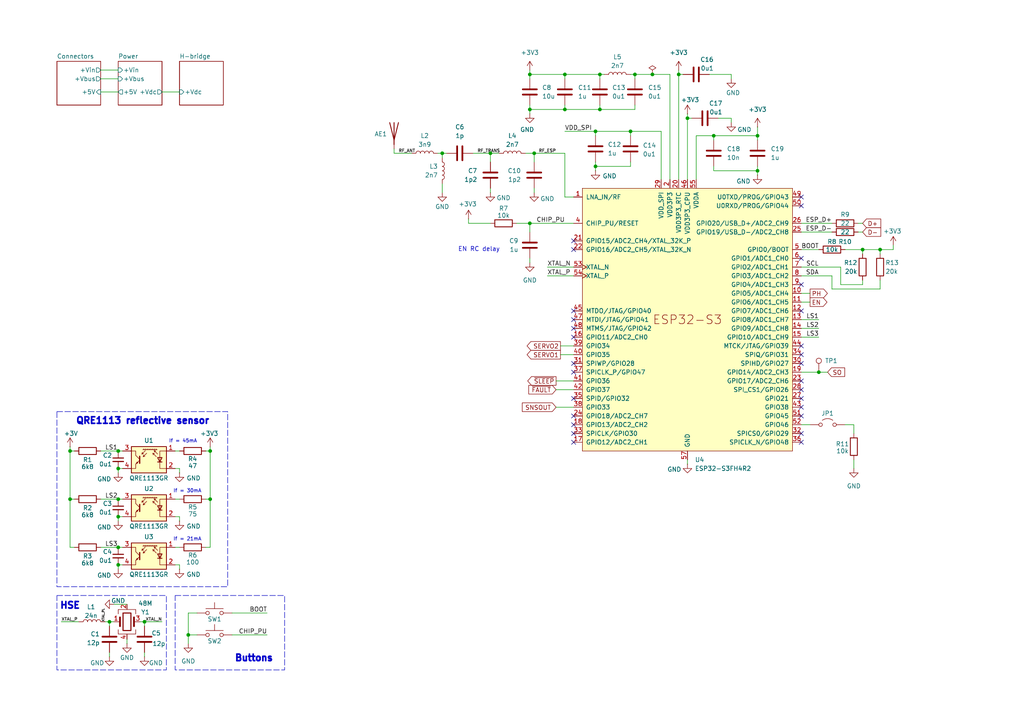
<source format=kicad_sch>
(kicad_sch (version 20250114) (generator "eeschema") (generator_version "9.0")
  (paper "A4")
  (rectangle (start 50.8 172.72) (end 82.55 194.31) (stroke (width 0) (type dash)))
  (rectangle (start 16.51 119.38) (end 66.04 170.18) (stroke (width 0) (type dash)))
  (rectangle (start 16.51 172.72) (end 48.26 194.31) (stroke (width 0) (type dash)))
  (text "If = 30mA" (at 54.356 142.494 0) (effects (font (size 1.016 1.016))))
  (text "Buttons" (at 73.66 191.008 0) (effects (font (size 1.905 1.905) (thickness 0.508) (bold yes))))
  (text "EN RC delay" (at 138.938 72.39 0) (effects (font (size 1.27 1.27))))
  (text "QRE1113 reflective sensor" (at 41.402 122.174 0) (effects (font (size 1.905 1.905) (thickness 0.508) (bold yes))))
  (text "If = 45mA" (at 53.086 128.016 0) (effects (font (size 1.016 1.016))))
  (text "HSE" (at 20.32 175.768 0) (effects (font (size 1.905 1.905) (thickness 0.508) (bold yes))))
  (text "If = 21mA" (at 54.356 156.464 0) (effects (font (size 1.016 1.016))))
  (text_box "(3) DRV8701 gate driver calculations\n\nShunt resistor\nImax at 20mΩ and 3V SO output = 7.4A\nRpower at 8A = 1.3W\n\nCurrent regulation\ndesired Ichop = 5A\n-> Vref = 2.05V\n2.05V from 4.8V AVDD with R1=10k and R2=7k5" (at 304.8 120.65 0) (size 69.85 24.13) (margins 0.9525 0.9525 0.9525 0.9525) (stroke (width -0.0001)) (effects (font (size 1.27 1.27)) (justify left top)))
  (text_box "(1) TPS5430 SMPS calculations\n\nVin range = 6-36v\nVout = 5v\nInput ripple\nOutput ripple voltage = 100mV\nOutput current = 2.5A\n\nVin ripple = 132.5mV with 10µF, 3mOhm ESR\n\nBulk\nF = 500kHz, T = 0.5*µS\nallowed Vin dip time: t = 5µS by dV=0.5V\n\nLmin calculation\nKind = 0.2\nLmin = 17 µH\nIl(rms) = 2.507 A\nIl(PK) = 2.8 A\n\nOutput C\nFlc = 18kHz\nFco = 42kHz\nCout = 78µF\nESRmax = 0.05 Omh\n-> Vpp = " (at 304.8 20.32 0) (size 69.85 55.88) (margins 0.9525 0.9525 0.9525 0.9525) (stroke (width -0.0001)) (effects (font (size 1.27 1.27)) (justify left top)))
  (text_box "(4) CJ431 shunt voltage reference\n\nRmax = (3.3-3)/(0.5 + 100)mA = 3Ω\nRmin = (3.3-3)/(0 + 150)mA = 2Ω\n-> 2.1Ω\n\nPr(max) = 40mW\nPz(max) = 410mW!!\n\nRmax = (3.3-3)/(0.5 + 30)mA = 10Ω\nRmin = (3.3-3)/(0 + 150)mA = 2Ω\n-> 5.1Ω\n\nPr(max) = 18mW\nPz(max) = 176mW < 300mW\n\n" (at 304.8 146.05 0) (size 69.85 33.02) (margins 0.9525 0.9525 0.9525 0.9525) (stroke (width -0.0001)) (effects (font (size 1.27 1.27)) (justify left top)))
  (text_box "(2) TPS2121 Power mux calculations\n\nOV protection\ntriggers when OVx > Vref\nVref = 1.06V\nVin(max) = 6V\n10 kΩ & 2.2 kΩ -> 1.082 V OVx when 6v Vin\n\nILM\nRilm = 22k\n-> Ilm = 4.5A\n\nSWITCH\nVcp2 = 2.5V\nVPR1 = 3.1V\nIN1 min V to switch = 4V" (at 304.8 81.28 0) (size 69.85 35.56) (margins 0.9525 0.9525 0.9525 0.9525) (stroke (width -0.0001)) (effects (font (size 1.27 1.27)) (justify left top)))
  (junction (at 60.96 130.81))
  (junction (at 172.72 38.1))
  (junction (at 153.67 64.77))
  (junction (at 153.67 31.75))
  (junction (at 142.24 44.45))
  (junction (at 207.01 39.37))
  (junction (at 173.99 31.75))
  (junction (at 199.39 34.29))
  (junction (at 54.61 184.15))
  (junction (at 154.94 44.45))
  (junction (at 237.49 107.95))
  (junction (at 128.27 44.45))
  (junction (at 34.29 149.86))
  (junction (at 173.99 21.59))
  (junction (at 31.75 180.34))
  (junction (at 34.29 144.78))
  (junction (at 34.29 135.89))
  (junction (at 153.67 21.59))
  (junction (at 184.15 21.59))
  (junction (at 34.29 163.83))
  (junction (at 163.83 31.75))
  (junction (at 60.96 144.78))
  (junction (at 41.91 180.34))
  (junction (at 163.83 21.59))
  (junction (at 189.23 21.59))
  (junction (at 182.88 38.1))
  (junction (at 255.27 72.39))
  (junction (at 20.32 130.81))
  (junction (at 20.32 144.78))
  (junction (at 196.85 21.59))
  (junction (at 219.71 49.53))
  (junction (at 34.29 130.81))
  (junction (at 172.72 48.26))
  (junction (at 34.29 158.75))
  (junction (at 250.19 72.39))
  (junction (at 219.71 39.37))
  (no_connect (at 166.37 123.19))
  (no_connect (at 166.37 107.95))
  (no_connect (at 232.41 57.15))
  (no_connect (at 232.41 125.73))
  (no_connect (at 166.37 69.85))
  (no_connect (at 232.41 128.27))
  (no_connect (at 166.37 125.73))
  (no_connect (at 166.37 92.71))
  (no_connect (at 232.41 105.41))
  (no_connect (at 166.37 90.17))
  (no_connect (at 232.41 74.93))
  (no_connect (at 166.37 105.41))
  (no_connect (at 232.41 115.57))
  (no_connect (at 166.37 95.25))
  (no_connect (at 232.41 59.69))
  (no_connect (at 232.41 120.65))
  (no_connect (at 166.37 115.57))
  (no_connect (at 232.41 90.17))
  (no_connect (at 232.41 110.49))
  (no_connect (at 232.41 118.11))
  (no_connect (at 166.37 72.39))
  (no_connect (at 166.37 120.65))
  (no_connect (at 166.37 128.27))
  (no_connect (at 232.41 113.03))
  (no_connect (at 166.37 97.79))
  (no_connect (at 232.41 100.33))
  (no_connect (at 232.41 82.55))
  (no_connect (at 232.41 102.87))
  (wire (pts (xy 153.67 31.75) (xy 153.67 33.02)))
  (wire (pts (xy 41.91 180.34) (xy 46.99 180.34)))
  (wire (pts (xy 34.29 144.78) (xy 35.56 144.78)))
  (wire (pts (xy 184.15 21.59) (xy 184.15 22.86)))
  (wire (pts (xy 34.29 163.83) (xy 34.29 165.1)))
  (wire (pts (xy 129.54 44.45) (xy 128.27 44.45)))
  (wire (pts (xy 31.75 181.61) (xy 31.75 180.34)))
  (wire (pts (xy 52.07 149.86) (xy 50.8 149.86)))
  (wire (pts (xy 196.85 21.59) (xy 196.85 52.07)))
  (wire (pts (xy 196.85 20.32) (xy 196.85 21.59)))
  (wire (pts (xy 208.28 34.29) (xy 212.09 34.29)))
  (wire (pts (xy 161.29 110.49) (xy 166.37 110.49)))
  (wire (pts (xy 114.3 44.45) (xy 114.3 43.18)))
  (wire (pts (xy 54.61 186.69) (xy 54.61 184.15)))
  (wire (pts (xy 41.91 189.23) (xy 41.91 190.5)))
  (wire (pts (xy 154.94 44.45) (xy 163.83 44.45)))
  (wire (pts (xy 142.24 44.45) (xy 144.78 44.45)))
  (wire (pts (xy 135.89 64.77) (xy 142.24 64.77)))
  (wire (pts (xy 255.27 72.39) (xy 255.27 73.66)))
  (wire (pts (xy 232.41 85.09) (xy 234.95 85.09)))
  (wire (pts (xy 163.83 31.75) (xy 153.67 31.75)))
  (wire (pts (xy 232.41 80.01) (xy 241.3 80.01)))
  (wire (pts (xy 60.96 130.81) (xy 60.96 144.78)))
  (wire (pts (xy 219.71 39.37) (xy 219.71 40.64)))
  (wire (pts (xy 29.21 144.78) (xy 34.29 144.78)))
  (wire (pts (xy 34.29 130.81) (xy 35.56 130.81)))
  (wire (pts (xy 199.39 34.29) (xy 200.66 34.29)))
  (wire (pts (xy 30.48 180.34) (xy 31.75 180.34)))
  (wire (pts (xy 172.72 48.26) (xy 172.72 46.99)))
  (wire (pts (xy 194.31 52.07) (xy 194.31 21.59)))
  (wire (pts (xy 250.19 82.55) (xy 250.19 81.28)))
  (wire (pts (xy 199.39 52.07) (xy 199.39 34.29)))
  (wire (pts (xy 34.29 135.89) (xy 34.29 137.16)))
  (wire (pts (xy 153.67 21.59) (xy 163.83 21.59)))
  (wire (pts (xy 245.11 123.19) (xy 247.65 123.19)))
  (wire (pts (xy 199.39 133.35) (xy 199.39 134.62)))
  (wire (pts (xy 54.61 184.15) (xy 54.61 177.8)))
  (wire (pts (xy 20.32 158.75) (xy 21.59 158.75)))
  (wire (pts (xy 189.23 21.59) (xy 184.15 21.59)))
  (wire (pts (xy 182.88 38.1) (xy 182.88 39.37)))
  (wire (pts (xy 259.08 72.39) (xy 255.27 72.39)))
  (wire (pts (xy 135.89 63.5) (xy 135.89 64.77)))
  (wire (pts (xy 243.84 82.55) (xy 250.19 82.55)))
  (wire (pts (xy 60.96 130.81) (xy 60.96 129.54)))
  (wire (pts (xy 29.21 130.81) (xy 34.29 130.81)))
  (wire (pts (xy 172.72 38.1) (xy 182.88 38.1)))
  (wire (pts (xy 243.84 77.47) (xy 243.84 82.55)))
  (wire (pts (xy 182.88 48.26) (xy 172.72 48.26)))
  (wire (pts (xy 173.99 21.59) (xy 175.26 21.59)))
  (wire (pts (xy 232.41 67.31) (xy 241.3 67.31)))
  (wire (pts (xy 232.41 107.95) (xy 237.49 107.95)))
  (wire (pts (xy 142.24 54.61) (xy 142.24 55.88)))
  (wire (pts (xy 54.61 177.8) (xy 57.15 177.8)))
  (wire (pts (xy 219.71 48.26) (xy 219.71 49.53)))
  (wire (pts (xy 205.74 21.59) (xy 212.09 21.59)))
  (wire (pts (xy 232.41 123.19) (xy 234.95 123.19)))
  (wire (pts (xy 161.29 113.03) (xy 166.37 113.03)))
  (wire (pts (xy 33.02 175.26) (xy 36.83 175.26)))
  (wire (pts (xy 31.75 180.34) (xy 33.02 180.34)))
  (wire (pts (xy 212.09 35.56) (xy 212.09 34.29)))
  (wire (pts (xy 153.67 67.31) (xy 153.67 64.77)))
  (wire (pts (xy 158.75 77.47) (xy 166.37 77.47)))
  (wire (pts (xy 232.41 72.39) (xy 237.49 72.39)))
  (wire (pts (xy 250.19 72.39) (xy 245.11 72.39)))
  (wire (pts (xy 153.67 21.59) (xy 153.67 22.86)))
  (wire (pts (xy 153.67 64.77) (xy 166.37 64.77)))
  (wire (pts (xy 52.07 149.86) (xy 52.07 151.13)))
  (wire (pts (xy 247.65 133.35) (xy 247.65 135.89)))
  (wire (pts (xy 114.3 44.45) (xy 119.38 44.45)))
  (wire (pts (xy 219.71 39.37) (xy 207.01 39.37)))
  (wire (pts (xy 207.01 39.37) (xy 201.93 39.37)))
  (wire (pts (xy 194.31 21.59) (xy 189.23 21.59)))
  (wire (pts (xy 201.93 39.37) (xy 201.93 52.07)))
  (wire (pts (xy 29.21 20.32) (xy 34.29 20.32)))
  (wire (pts (xy 184.15 30.48) (xy 184.15 31.75)))
  (wire (pts (xy 219.71 36.83) (xy 219.71 39.37)))
  (wire (pts (xy 259.08 71.12) (xy 259.08 72.39)))
  (wire (pts (xy 163.83 38.1) (xy 172.72 38.1)))
  (wire (pts (xy 128.27 44.45) (xy 127 44.45)))
  (wire (pts (xy 52.07 163.83) (xy 50.8 163.83)))
  (wire (pts (xy 162.56 102.87) (xy 166.37 102.87)))
  (wire (pts (xy 128.27 53.34) (xy 128.27 55.88)))
  (wire (pts (xy 232.41 64.77) (xy 241.3 64.77)))
  (wire (pts (xy 241.3 80.01) (xy 241.3 83.82)))
  (wire (pts (xy 241.3 83.82) (xy 255.27 83.82)))
  (wire (pts (xy 255.27 81.28) (xy 255.27 83.82)))
  (wire (pts (xy 153.67 64.77) (xy 149.86 64.77)))
  (wire (pts (xy 54.61 184.15) (xy 57.15 184.15)))
  (wire (pts (xy 154.94 46.99) (xy 154.94 44.45)))
  (wire (pts (xy 60.96 144.78) (xy 60.96 158.75)))
  (wire (pts (xy 35.56 163.83) (xy 34.29 163.83)))
  (wire (pts (xy 20.32 144.78) (xy 21.59 144.78)))
  (wire (pts (xy 20.32 130.81) (xy 21.59 130.81)))
  (wire (pts (xy 161.29 118.11) (xy 166.37 118.11)))
  (wire (pts (xy 182.88 46.99) (xy 182.88 48.26)))
  (wire (pts (xy 232.41 87.63) (xy 234.95 87.63)))
  (wire (pts (xy 172.72 48.26) (xy 172.72 49.53)))
  (wire (pts (xy 232.41 77.47) (xy 243.84 77.47)))
  (wire (pts (xy 248.92 64.77) (xy 250.19 64.77)))
  (wire (pts (xy 196.85 21.59) (xy 198.12 21.59)))
  (wire (pts (xy 184.15 31.75) (xy 173.99 31.75)))
  (wire (pts (xy 142.24 46.99) (xy 142.24 44.45)))
  (wire (pts (xy 207.01 48.26) (xy 207.01 49.53)))
  (wire (pts (xy 128.27 45.72) (xy 128.27 44.45)))
  (wire (pts (xy 52.07 135.89) (xy 50.8 135.89)))
  (wire (pts (xy 59.69 158.75) (xy 60.96 158.75)))
  (wire (pts (xy 35.56 149.86) (xy 34.29 149.86)))
  (wire (pts (xy 163.83 21.59) (xy 163.83 22.86)))
  (wire (pts (xy 17.78 180.34) (xy 22.86 180.34)))
  (wire (pts (xy 34.29 149.86) (xy 34.29 151.13)))
  (wire (pts (xy 29.21 26.67) (xy 34.29 26.67)))
  (wire (pts (xy 31.75 190.5) (xy 31.75 189.23)))
  (wire (pts (xy 247.65 123.19) (xy 247.65 125.73)))
  (wire (pts (xy 29.21 22.86) (xy 34.29 22.86)))
  (wire (pts (xy 199.39 33.02) (xy 199.39 34.29)))
  (wire (pts (xy 163.83 44.45) (xy 163.83 57.15)))
  (wire (pts (xy 34.29 158.75) (xy 35.56 158.75)))
  (wire (pts (xy 35.56 135.89) (xy 34.29 135.89)))
  (wire (pts (xy 237.49 92.71) (xy 232.41 92.71)))
  (wire (pts (xy 52.07 130.81) (xy 50.8 130.81)))
  (wire (pts (xy 153.67 20.32) (xy 153.67 21.59)))
  (wire (pts (xy 255.27 72.39) (xy 250.19 72.39)))
  (wire (pts (xy 191.77 38.1) (xy 191.77 52.07)))
  (wire (pts (xy 137.16 44.45) (xy 142.24 44.45)))
  (wire (pts (xy 20.32 129.54) (xy 20.32 130.81)))
  (wire (pts (xy 173.99 30.48) (xy 173.99 31.75)))
  (wire (pts (xy 41.91 180.34) (xy 40.64 180.34)))
  (wire (pts (xy 158.75 80.01) (xy 166.37 80.01)))
  (wire (pts (xy 152.4 44.45) (xy 154.94 44.45)))
  (wire (pts (xy 36.83 185.42) (xy 36.83 186.69)))
  (wire (pts (xy 46.99 26.67) (xy 52.07 26.67)))
  (wire (pts (xy 163.83 30.48) (xy 163.83 31.75)))
  (wire (pts (xy 20.32 130.81) (xy 20.32 144.78)))
  (wire (pts (xy 59.69 144.78) (xy 60.96 144.78)))
  (wire (pts (xy 50.8 158.75) (xy 52.07 158.75)))
  (wire (pts (xy 52.07 163.83) (xy 52.07 165.1)))
  (wire (pts (xy 20.32 144.78) (xy 20.32 158.75)))
  (wire (pts (xy 182.88 21.59) (xy 184.15 21.59)))
  (wire (pts (xy 67.31 184.15) (xy 77.47 184.15)))
  (wire (pts (xy 219.71 49.53) (xy 219.71 50.8)))
  (wire (pts (xy 163.83 21.59) (xy 173.99 21.59)))
  (wire (pts (xy 219.71 49.53) (xy 207.01 49.53)))
  (wire (pts (xy 162.56 100.33) (xy 166.37 100.33)))
  (wire (pts (xy 250.19 72.39) (xy 250.19 73.66)))
  (wire (pts (xy 173.99 21.59) (xy 173.99 22.86)))
  (wire (pts (xy 50.8 144.78) (xy 52.07 144.78)))
  (wire (pts (xy 237.49 107.95) (xy 240.03 107.95)))
  (wire (pts (xy 248.92 67.31) (xy 250.19 67.31)))
  (wire (pts (xy 237.49 97.79) (xy 232.41 97.79)))
  (wire (pts (xy 41.91 181.61) (xy 41.91 180.34)))
  (wire (pts (xy 172.72 39.37) (xy 172.72 38.1)))
  (wire (pts (xy 153.67 31.75) (xy 153.67 30.48)))
  (wire (pts (xy 153.67 74.93) (xy 153.67 76.2)))
  (wire (pts (xy 154.94 54.61) (xy 154.94 55.88)))
  (wire (pts (xy 237.49 95.25) (xy 232.41 95.25)))
  (wire (pts (xy 212.09 21.59) (xy 212.09 22.86)))
  (wire (pts (xy 182.88 38.1) (xy 191.77 38.1)))
  (wire (pts (xy 59.69 130.81) (xy 60.96 130.81)))
  (wire (pts (xy 163.83 57.15) (xy 166.37 57.15)))
  (wire (pts (xy 207.01 39.37) (xy 207.01 40.64)))
  (wire (pts (xy 173.99 31.75) (xy 163.83 31.75)))
  (wire (pts (xy 67.31 177.8) (xy 77.47 177.8)))
  (wire (pts (xy 52.07 135.89) (xy 52.07 137.16)))
  (wire (pts (xy 29.21 158.75) (xy 34.29 158.75)))
  (label "CHIP_PU" (at 163.83 64.77 180))
  (label "BOOT" (at 77.47 177.8 180))
  (label "ESP_D+" (at 241.3 64.77 180))
  (label "SCL" (at 237.49 77.47 180))
  (label "RF_TRANS" (at 138.43 44.45 0) (effects (font (size 0.889 0.889))))
  (label "LS3" (at 237.49 97.79 180))
  (label "XTAL_N" (at 158.75 77.47 0))
  (label "CHIP_PU" (at 77.47 184.15 180))
  (label "BOOT" (at 232.41 72.39 0))
  (label "RF_ANT" (at 115.57 44.45 0) (effects (font (size 0.889 0.889))))
  (label "LS2" (at 237.49 95.25 180))
  (label "RF_ESP" (at 156.21 44.45 0) (effects (font (size 0.889 0.889))))
  (label "SDA" (at 237.49 80.01 180))
  (label "XTAL_P" (at 158.75 80.01 0))
  (label "LS1" (at 237.49 92.71 180))
  (label "LS1" (at 30.48 130.81 0))
  (label "LS3" (at 30.48 158.75 0))
  (label "LS2" (at 30.48 144.78 0))
  (label "XTAL_N" (at 46.99 180.34 180) (effects (font (size 0.889 0.889))))
  (label "XTAL_P" (at 17.78 180.34 0) (effects (font (size 0.889 0.889))))
  (label "ESP_D-" (at 241.3 67.31 180))
  (label "XTAL_PL" (at 30.48 180.34 90) (effects (font (size 0.635 0.635))))
  (label "VDD_SPI" (at 163.83 38.1 0))
  (global_label "SERVO2" (shape output) (at 162.56 100.33 180) (property "Intersheetrefs" "${INTERSHEET_REFS}" (effects (hide yes))))
  (global_label "SNSOUT" (shape input) (at 161.29 118.11 180) (property "Intersheetrefs" "${INTERSHEET_REFS}" (effects (hide yes))))
  (global_label "PH" (shape output) (at 234.95 85.09 0) (property "Intersheetrefs" "${INTERSHEET_REFS}" (effects (hide yes))))
  (global_label "EN" (shape output) (at 234.95 87.63 0) (property "Intersheetrefs" "${INTERSHEET_REFS}" (effects (hide yes))))
  (global_label "SO" (shape input) (at 240.03 107.95 0) (property "Intersheetrefs" "${INTERSHEET_REFS}" (effects (hide yes))))
  (global_label "~{SLEEP}" (shape output) (at 161.29 110.49 180) (property "Intersheetrefs" "${INTERSHEET_REFS}" (effects (hide yes))))
  (global_label "~{FAULT}" (shape input) (at 161.29 113.03 180) (property "Intersheetrefs" "${INTERSHEET_REFS}" (effects (hide yes))))
  (global_label "D-" (shape input) (at 250.19 67.31 0) (property "Intersheetrefs" "${INTERSHEET_REFS}" (effects (hide yes))))
  (global_label "D+" (shape input) (at 250.19 64.77 0) (property "Intersheetrefs" "${INTERSHEET_REFS}" (effects (hide yes))))
  (global_label "SERVO1" (shape output) (at 162.56 102.87 180) (property "Intersheetrefs" "${INTERSHEET_REFS}" (effects (hide yes))))
  (symbol (lib_id "power:GND") (at 33.02 175.26 270) (unit 1)
    (property "Reference" "#PWR03" (effects (hide yes)))
    (property "Value" "GND" (at 34.29 174.244 90))
    (property "Description" "Power symbol creates a global label with name \"GND\" , ground" (effects (hide yes)))
  )
  (symbol (lib_id "power:GND") (at 52.07 151.13 0) (unit 1)
    (property "Reference" "#PWR010" (effects (hide yes)))
    (property "Value" "GND" (at 56.134 152.654 0))
    (property "Description" "Power symbol creates a global label with name \"GND\" , ground" (effects (hide yes)))
  )
  (symbol (lib_id "power:GND") (at 41.91 190.5 0) (unit 1)
    (property "Reference" "#PWR08" (effects (hide yes)))
    (property "Value" "GND" (at 45.212 192.278 0))
    (property "Description" "Power symbol creates a global label with name \"GND\" , ground" (effects (hide yes)))
  )
  (symbol (lib_id "Device:C") (at 154.94 50.8 0) (unit 1)
    (property "Reference" "C10" (at 151.13 49.5299 0) (effects (justify right)))
    (property "Value" "1p2" (at 151.13 52.0699 0) (effects (justify right)))
    (property "Footprint" "Capacitor_SMD:C_0402_1005Metric" (effects (hide yes)))
    (property "Description" "Unpolarized capacitor" (effects (hide yes)))
    (property "Manufacturer" "Murata" (effects (hide yes)))
    (property "Manufacturer Part Number" "GJM1555C1H1R2WB01D" (effects (hide yes)))
    (property "Basic" "X" (effects (hide yes)))
    (property "JLCPCB Part #" "C76899" (effects (hide yes)))
  )
  (symbol (lib_id "power:GND") (at 199.39 134.62 0) (unit 1)
    (property "Reference" "#PWR024" (effects (hide yes)))
    (property "Value" "GND" (at 195.58 136.144 0))
    (property "Description" "Power symbol creates a global label with name \"GND\" , ground" (effects (hide yes)))
  )
  (symbol (lib_id "power:GND") (at 52.07 165.1 0) (unit 1)
    (property "Reference" "#PWR011" (effects (hide yes)))
    (property "Value" "GND" (at 56.134 166.624 0))
    (property "Description" "Power symbol creates a global label with name \"GND\" , ground" (effects (hide yes)))
  )
  (symbol (lib_id "power:+3V3") (at 135.89 63.5 0) (unit 1)
    (property "Reference" "#PWR015" (effects (hide yes)))
    (property "Value" "+3V3" (at 135.636 59.182 0))
    (property "Description" "Power symbol creates a global label with name \"+3V3\"" (effects (hide yes)))
  )
  (symbol (lib_id "Device:L") (at 128.27 49.53 0) (mirror x) (unit 1)
    (property "Reference" "L3" (at 127 48.2599 0) (effects (justify right)))
    (property "Value" "2n7" (at 127 50.7999 0) (effects (justify right)))
    (property "Footprint" "Inductor_SMD:L_0402_1005Metric" (effects (hide yes)))
    (property "Description" "Inductor" (effects (hide yes)))
    (property "JLCPCB Part #" "C77108" (effects (hide yes)))
    (property "Manufacturer" "Murata" (effects (hide yes)))
    (property "Manufacturer Part Number" "LQG15HS2N7S02D" (effects (hide yes)))
    (property "Basic" "X" (effects (hide yes)))
  )
  (symbol (lib_id "Switch:SW_Push") (at 62.23 184.15 0) (unit 1)
    (property "Reference" "SW2" (at 62.23 185.928 0))
    (property "Value" "SW_Push" (effects (hide yes)))
    (property "Footprint" "Button_Switch_SMD:SW_SPST_TS-1088-xR020" (effects (hide yes)))
    (property "Description" "Push button switch, generic, two pins" (effects (hide yes)))
    (property "Manufacturer" "XUNPU" (effects (hide yes)))
    (property "Manufacturer Part Number" "TS-1088-AR02016" (effects (hide yes)))
    (property "Basic" "Y" (effects (hide yes)))
    (property "JLCPCB Part #" "C720477" (effects (hide yes)))
  )
  (symbol (lib_id "power:GND") (at 34.29 165.1 0) (unit 1)
    (property "Reference" "#PWR06" (effects (hide yes)))
    (property "Value" "GND" (at 30.226 166.878 0))
    (property "Description" "Power symbol creates a global label with name \"GND\" , ground" (effects (hide yes)))
  )
  (symbol (lib_id "Device:R") (at 245.11 67.31 90) (mirror x) (unit 1)
    (property "Reference" "R10" (at 245.11 70.104 90))
    (property "Value" "22" (at 245.11 67.31 90))
    (property "Footprint" "Resistor_SMD:R_0402_1005Metric" (effects (hide yes)))
    (property "Description" "Resistor" (effects (hide yes)))
    (property "Basic" "Y" (effects (hide yes)))
    (property "JLCPCB Part #" "C25092" (effects (hide yes)))
    (property "Manufacturer" "Uniroyal Elec" (effects (hide yes)))
    (property "Manufacturer Part Number" "0402WGF220JTCE" (effects (hide yes)))
  )
  (symbol (lib_id "power:GND") (at 54.61 186.69 0) (unit 1)
    (property "Reference" "#PWR012" (effects (hide yes)))
    (property "Value" "GND" (at 54.61 191.77 0))
    (property "Description" "Power symbol creates a global label with name \"GND\" , ground" (effects (hide yes)))
  )
  (symbol (lib_id "Device:C") (at 41.91 185.42 0) (unit 1)
    (property "Reference" "C5" (at 43.942 183.642 0) (effects (justify left)))
    (property "Value" "12p" (at 44.196 186.69 0) (effects (justify left)))
    (property "Footprint" "Capacitor_SMD:C_0402_1005Metric" (effects (hide yes)))
    (property "Description" "Unpolarized capacitor" (effects (hide yes)))
    (property "Manufacturer" "Guangdong Fenghua Advanced Tech (FH)" (effects (hide yes)))
    (property "Manufacturer Part Number" "0402CG120J500NT" (effects (hide yes)))
    (property "Basic" "Y" (effects (hide yes)))
    (property "JLCPCB Part #" "C1547" (effects (hide yes)))
  )
  (symbol (lib_id "power:+3V3") (at 20.32 129.54 0) (unit 1)
    (property "Reference" "#PWR01" (effects (hide yes)))
    (property "Value" "+3V" (at 18.542 125.73 0) (effects (justify left)))
    (property "Description" "Power symbol creates a global label with name \"+3V3\"" (effects (hide yes)))
  )
  (symbol (lib_id "power:+3V3") (at 60.96 129.54 0) (unit 1)
    (property "Reference" "#PWR013" (effects (hide yes)))
    (property "Value" "+3V3" (at 60.706 125.73 0))
    (property "Description" "Power symbol creates a global label with name \"+3V3\"" (effects (hide yes)))
  )
  (symbol (lib_id "power:PWR_FLAG") (at 189.23 21.59 0) (unit 1)
    (property "Reference" "#FLG01" (effects (hide yes)))
    (property "Value" "PWR_FLAG" (effects (hide yes)))
    (property "Description" "Special symbol for telling ERC where power comes from" (effects (hide yes)))
  )
  (symbol (lib_id "Sensor_Proximity:QRE1113GR") (at 43.18 161.29 0) (mirror y) (unit 1)
    (property "Reference" "U3" (at 43.18 155.702 0))
    (property "Value" "QRE1113GR" (at 43.18 166.624 0))
    (property "Footprint" "OptoDevice:OnSemi_CASE100CY" (effects (hide yes)))
    (property "Datasheet" "http://www.onsemi.com/pub/Collateral/QRE1113-D.PDF" (effects (hide yes)))
    (property "Description" "Miniature Reflective Optical Object Sensor, SMD-4" (effects (hide yes)))
  )
  (symbol (lib_id "Device:C") (at 184.15 26.67 0) (unit 1)
    (property "Reference" "C15" (at 187.96 25.3999 0) (effects (justify left)))
    (property "Value" "0u1" (at 187.96 27.9399 0) (effects (justify left)))
    (property "Footprint" "Capacitor_SMD:C_0402_1005Metric" (effects (hide yes)))
    (property "Description" "Unpolarized capacitor" (effects (hide yes)))
    (property "Manufacturer" "Samsung Electro-Mechanics " (effects (hide yes)))
    (property "Manufacturer Part Number" "CL05B104KB54PNC" (effects (hide yes)))
    (property "Basic" "Y" (effects (hide yes)))
    (property "JLCPCB Part #" "C307331" (effects (hide yes)))
  )
  (symbol (lib_id "power:GND") (at 247.65 135.89 0) (unit 1)
    (property "Reference" "#PWR029" (effects (hide yes)))
    (property "Value" "GND" (at 247.65 140.97 0))
    (property "Description" "Power symbol creates a global label with name \"GND\" , ground" (effects (hide yes)))
  )
  (symbol (lib_id "Device:R") (at 245.11 64.77 90) (unit 1)
    (property "Reference" "R9" (at 245.11 62.23 90))
    (property "Value" "22" (at 245.11 64.77 90))
    (property "Footprint" "Resistor_SMD:R_0402_1005Metric" (effects (hide yes)))
    (property "Description" "Resistor" (effects (hide yes)))
    (property "Basic" "Y" (effects (hide yes)))
    (property "JLCPCB Part #" "C25092" (effects (hide yes)))
    (property "Manufacturer" "Uniroyal Elec" (effects (hide yes)))
    (property "Manufacturer Part Number" "0402WGF220JTCE" (effects (hide yes)))
  )
  (symbol (lib_id "Device:R") (at 247.65 129.54 0) (mirror x) (unit 1)
    (property "Reference" "R11" (at 244.348 128.778 0))
    (property "Value" "10k" (at 244.348 130.81 0))
    (property "Footprint" "Resistor_SMD:R_0402_1005Metric" (effects (hide yes)))
    (property "Description" "Resistor" (effects (hide yes)))
    (property "Basic" "Y" (effects (hide yes)))
    (property "JLCPCB Part #" "C25744" (effects (hide yes)))
    (property "Manufacturer" "Uniroyal Elec" (effects (hide yes)))
    (property "Manufacturer Part Number" "0402WGF1002TCE" (effects (hide yes)))
  )
  (symbol (lib_id "power:GND") (at 31.75 190.5 0) (unit 1)
    (property "Reference" "#PWR02" (effects (hide yes)))
    (property "Value" "GND" (at 28.194 192.278 0))
    (property "Description" "Power symbol creates a global label with name \"GND\" , ground" (effects (hide yes)))
  )
  (symbol (lib_id "Device:C_Small") (at 34.29 147.32 0) (mirror y) (unit 1)
    (property "Reference" "C3" (at 32.512 146.05 0) (effects (justify left)))
    (property "Value" "0u1" (at 32.512 148.59 0) (effects (justify left)))
    (property "Description" "Unpolarized capacitor, small symbol" (effects (hide yes)))
  )
  (symbol (lib_id "Device:L") (at 123.19 44.45 90) (unit 1)
    (property "Reference" "L2" (at 123.19 39.37 90))
    (property "Value" "3n9" (at 123.19 41.91 90))
    (property "Footprint" "Inductor_SMD:L_0402_1005Metric" (effects (hide yes)))
    (property "Description" "Inductor" (effects (hide yes)))
    (property "Manufacturer" "Murata" (effects (hide yes)))
    (property "Manufacturer Part Number" "LQG15HS3N9S02D" (effects (hide yes)))
    (property "Basic" "X" (effects (hide yes)))
    (property "JLCPCB Part #" "C77109" (effects (hide yes)))
  )
  (symbol (lib_id "Device:C") (at 31.75 185.42 180) (unit 1)
    (property "Reference" "C1" (at 28.956 183.896 0) (effects (justify left)))
    (property "Value" "12p" (at 28.956 186.436 0) (effects (justify left)))
    (property "Footprint" "Capacitor_SMD:C_0402_1005Metric" (effects (hide yes)))
    (property "Description" "Unpolarized capacitor" (effects (hide yes)))
    (property "Manufacturer" "Guangdong Fenghua Advanced Tech (FH)" (effects (hide yes)))
    (property "Manufacturer Part Number" "0402CG120J500NT" (effects (hide yes)))
    (property "Basic" "Y" (effects (hide yes)))
    (property "JLCPCB Part #" "C1547" (effects (hide yes)))
  )
  (symbol (lib_id "Device:R") (at 146.05 64.77 90) (unit 1)
    (property "Reference" "R7" (at 146.05 60.452 90))
    (property "Value" "10k" (at 146.05 62.484 90))
    (property "Footprint" "Resistor_SMD:R_0402_1005Metric" (effects (hide yes)))
    (property "Description" "Resistor" (effects (hide yes)))
    (property "Basic" "Y" (effects (hide yes)))
    (property "JLCPCB Part #" "C25744" (effects (hide yes)))
    (property "Manufacturer" "Uniroyal Elec" (effects (hide yes)))
    (property "Manufacturer Part Number" "0402WGF1002TCE" (effects (hide yes)))
  )
  (symbol (lib_id "Device:C") (at 204.47 34.29 90) (unit 1)
    (property "Reference" "C17" (at 209.55 29.972 90) (effects (justify left)))
    (property "Value" "0u1" (at 209.55 32.512 90) (effects (justify left)))
    (property "Footprint" "Capacitor_SMD:C_0402_1005Metric" (effects (hide yes)))
    (property "Description" "Unpolarized capacitor" (effects (hide yes)))
    (property "Manufacturer" "Samsung Electro-Mechanics " (effects (hide yes)))
    (property "Manufacturer Part Number" "CL05B104KB54PNC" (effects (hide yes)))
    (property "Basic" "Y" (effects (hide yes)))
    (property "JLCPCB Part #" "C307331" (effects (hide yes)))
  )
  (symbol (lib_id "Switch:SW_Push") (at 62.23 177.8 0) (unit 1)
    (property "Reference" "SW1" (at 62.23 179.578 0))
    (property "Value" "SW_Push" (effects (hide yes)))
    (property "Footprint" "Button_Switch_SMD:SW_SPST_TS-1088-xR020" (effects (hide yes)))
    (property "Description" "Push button switch, generic, two pins" (effects (hide yes)))
    (property "Manufacturer" "XUNPU" (effects (hide yes)))
    (property "Manufacturer Part Number" "TS-1088-AR02016" (effects (hide yes)))
    (property "Basic" "Y" (effects (hide yes)))
    (property "JLCPCB Part #" "C720477" (effects (hide yes)))
  )
  (symbol (lib_id "Sensor_Proximity:QRE1113GR") (at 43.18 147.32 0) (mirror y) (unit 1)
    (property "Reference" "U2" (at 43.18 141.732 0))
    (property "Value" "QRE1113GR" (at 43.18 152.654 0))
    (property "Footprint" "OptoDevice:OnSemi_CASE100CY" (effects (hide yes)))
    (property "Datasheet" "http://www.onsemi.com/pub/Collateral/QRE1113-D.PDF" (effects (hide yes)))
    (property "Description" "Miniature Reflective Optical Object Sensor, SMD-4" (effects (hide yes)))
  )
  (symbol (lib_id "Device:C") (at 207.01 44.45 0) (unit 1)
    (property "Reference" "C18" (at 210.82 43.1799 0) (effects (justify left)))
    (property "Value" "10n" (at 210.82 45.7199 0) (effects (justify left)))
    (property "Footprint" "Capacitor_SMD:C_0402_1005Metric" (effects (hide yes)))
    (property "Description" "Unpolarized capacitor" (effects (hide yes)))
    (property "Manufacturer" "Samsung Electro-Mechanics " (effects (hide yes)))
    (property "Manufacturer Part Number" "CL05B103KB5NNNC" (effects (hide yes)))
    (property "Basic" "Y" (effects (hide yes)))
    (property "JLCPCB Part #" "C15195" (effects (hide yes)))
  )
  (symbol (lib_id "Device:C") (at 182.88 43.18 0) (unit 1)
    (property "Reference" "C14" (at 186.436 42.164 0) (effects (justify left)))
    (property "Value" "0u1" (at 186.436 44.704 0) (effects (justify left)))
    (property "Footprint" "Capacitor_SMD:C_0402_1005Metric" (effects (hide yes)))
    (property "Description" "Unpolarized capacitor" (effects (hide yes)))
    (property "Manufacturer" "Samsung Electro-Mechanics " (effects (hide yes)))
    (property "Manufacturer Part Number" "CL05B104KB54PNC" (effects (hide yes)))
    (property "Basic" "Y" (effects (hide yes)))
    (property "JLCPCB Part #" "C307331" (effects (hide yes)))
  )
  (symbol (lib_id "Device:C_Small") (at 34.29 161.29 0) (mirror y) (unit 1)
    (property "Reference" "C4" (at 32.512 160.02 0) (effects (justify left)))
    (property "Value" "0u1" (at 32.512 162.56 0) (effects (justify left)))
    (property "Description" "Unpolarized capacitor, small symbol" (effects (hide yes)))
  )
  (symbol (lib_id "power:GND") (at 153.67 76.2 0) (unit 1)
    (property "Reference" "#PWR019" (effects (hide yes)))
    (property "Value" "GND" (at 153.67 81.28 0))
    (property "Description" "Power symbol creates a global label with name \"GND\" , ground" (effects (hide yes)))
  )
  (symbol (lib_id "power:GND") (at 52.07 137.16 0) (unit 1)
    (property "Reference" "#PWR09" (effects (hide yes)))
    (property "Value" "GND" (at 56.134 138.684 0))
    (property "Description" "Power symbol creates a global label with name \"GND\" , ground" (effects (hide yes)))
  )
  (symbol (lib_id "power:GND") (at 172.72 49.53 0) (unit 1)
    (property "Reference" "#PWR021" (effects (hide yes)))
    (property "Value" "GND" (at 174.752 51.054 0) (effects (justify left)))
    (property "Description" "Power symbol creates a global label with name \"GND\" , ground" (effects (hide yes)))
  )
  (symbol (lib_id "power:GND") (at 212.09 22.86 0) (unit 1)
    (property "Reference" "#PWR025" (effects (hide yes)))
    (property "Value" "GND" (at 210.566 26.924 0) (effects (justify left)))
    (property "Description" "Power symbol creates a global label with name \"GND\" , ground" (effects (hide yes)))
  )
  (symbol (lib_id "Device:C") (at 142.24 50.8 0) (unit 1)
    (property "Reference" "C7" (at 138.43 49.5299 0) (effects (justify right)))
    (property "Value" "1p2" (at 138.43 52.0699 0) (effects (justify right)))
    (property "Footprint" "Capacitor_SMD:C_0402_1005Metric" (effects (hide yes)))
    (property "Description" "Unpolarized capacitor" (effects (hide yes)))
    (property "Manufacturer" "Murata" (effects (hide yes)))
    (property "Manufacturer Part Number" "GJM1555C1H1R2WB01D" (effects (hide yes)))
    (property "Basic" "X" (effects (hide yes)))
    (property "JLCPCB Part #" "C76899" (effects (hide yes)))
  )
  (symbol (lib_id "power:GND") (at 34.29 151.13 0) (unit 1)
    (property "Reference" "#PWR05" (effects (hide yes)))
    (property "Value" "GND" (at 30.226 152.908 0))
    (property "Description" "Power symbol creates a global label with name \"GND\" , ground" (effects (hide yes)))
  )
  (symbol (lib_id "Device:L") (at 26.67 180.34 90) (unit 1)
    (property "Reference" "L1" (at 26.416 176.022 90))
    (property "Value" "24n" (at 26.416 178.562 90))
    (property "Footprint" "Inductor_SMD:L_0402_1005Metric" (effects (hide yes)))
    (property "Description" "Inductor" (effects (hide yes)))
    (property "Manufacturer" "Murata" (effects (hide yes)))
    (property "Manufacturer Part Number" "LQW15AN24NG00D" (effects (hide yes)))
    (property "Basic" "X" (effects (hide yes)))
    (property "JLCPCB Part #" "C167472" (effects (hide yes)))
  )
  (symbol (lib_id "Device:Crystal_GND24") (at 36.83 180.34 0) (unit 1)
    (property "Reference" "Y1" (at 42.164 177.546 0))
    (property "Value" "48M" (at 42.164 175.006 0))
    (property "Footprint" "Crystal:Crystal_SMD_2016-4Pin_2.0x1.6mm" (effects (hide yes)))
    (property "Description" "Four pin crystal, GND on pins 2 and 4" (effects (hide yes)))
    (property "Manufacturer" "TROQ" (effects (hide yes)))
    (property "Manufacturer Part Number" "R940000096" (effects (hide yes)))
    (property "Basic" "X" (effects (hide yes)))
    (property "JLCPCB Part #" "C7206306" (effects (hide yes)))
  )
  (symbol (lib_id "power:+3V3") (at 153.67 20.32 0) (unit 1)
    (property "Reference" "#PWR017" (effects (hide yes)))
    (property "Value" "+3V3" (at 153.67 15.24 0))
    (property "Description" "Power symbol creates a global label with name \"+3V3\"" (effects (hide yes)))
  )
  (symbol (lib_id "Device:C") (at 173.99 26.67 0) (unit 1)
    (property "Reference" "C13" (at 177.546 25.4 0) (effects (justify left)))
    (property "Value" "0u1" (at 177.546 27.94 0) (effects (justify left)))
    (property "Footprint" "Capacitor_SMD:C_0402_1005Metric" (effects (hide yes)))
    (property "Description" "Unpolarized capacitor" (effects (hide yes)))
    (property "Manufacturer" "Samsung Electro-Mechanics " (effects (hide yes)))
    (property "Manufacturer Part Number" "CL05B104KB54PNC" (effects (hide yes)))
    (property "Basic" "Y" (effects (hide yes)))
    (property "JLCPCB Part #" "C307331" (effects (hide yes)))
  )
  (symbol (lib_id "Device:C") (at 201.93 21.59 90) (unit 1)
    (property "Reference" "C16" (at 207.01 17.272 90) (effects (justify left)))
    (property "Value" "0u1" (at 207.01 19.812 90) (effects (justify left)))
    (property "Footprint" "Capacitor_SMD:C_0402_1005Metric" (effects (hide yes)))
    (property "Description" "Unpolarized capacitor" (effects (hide yes)))
    (property "Manufacturer" "Samsung Electro-Mechanics " (effects (hide yes)))
    (property "Manufacturer Part Number" "CL05B104KB54PNC" (effects (hide yes)))
    (property "Basic" "Y" (effects (hide yes)))
    (property "JLCPCB Part #" "C307331" (effects (hide yes)))
  )
  (symbol (lib_id "power:GND") (at 153.67 33.02 0) (unit 1)
    (property "Reference" "#PWR018" (effects (hide yes)))
    (property "Value" "GND" (at 154.94 37.592 0) (effects (justify right)))
    (property "Description" "Power symbol creates a global label with name \"GND\" , ground" (effects (hide yes)))
  )
  (symbol (lib_id "Device:R") (at 55.88 144.78 90) (unit 1)
    (property "Reference" "R5" (at 55.88 147.066 90))
    (property "Value" "75" (at 55.88 149.098 90))
    (property "Description" "Resistor" (effects (hide yes)))
  )
  (symbol (lib_id "power:GND") (at 212.09 35.56 0) (unit 1)
    (property "Reference" "#PWR026" (effects (hide yes)))
    (property "Value" "GND" (at 213.868 37.592 0) (effects (justify left)))
    (property "Description" "Power symbol creates a global label with name \"GND\" , ground" (effects (hide yes)))
  )
  (symbol (lib_id "Device:L") (at 179.07 21.59 90) (unit 1)
    (property "Reference" "L5" (at 179.07 16.51 90))
    (property "Value" "2n7" (at 179.07 19.05 90))
    (property "Footprint" "Inductor_SMD:L_0402_1005Metric" (effects (hide yes)))
    (property "Description" "Inductor" (effects (hide yes)))
    (property "Manufacturer" "Murata" (effects (hide yes)))
    (property "Manufacturer Part Number" "LQG15HS2N7S02D" (effects (hide yes)))
    (property "Basic" "X" (effects (hide yes)))
    (property "JLCPCB Part #" "C77108" (effects (hide yes)))
  )
  (symbol (lib_id "power:GND") (at 128.27 55.88 0) (unit 1)
    (property "Reference" "#PWR014" (effects (hide yes)))
    (property "Value" "GND" (at 128.27 59.944 0))
    (property "Description" "Power symbol creates a global label with name \"GND\" , ground" (effects (hide yes)))
  )
  (symbol (lib_id "Device:R") (at 25.4 158.75 90) (unit 1)
    (property "Reference" "R3" (at 25.4 161.29 90))
    (property "Value" "6k8" (at 25.4 163.322 90))
    (property "Description" "Resistor" (effects (hide yes)))
  )
  (symbol (lib_id "power:GND") (at 219.71 50.8 0) (unit 1)
    (property "Reference" "#PWR028" (effects (hide yes)))
    (property "Value" "GND" (at 217.678 52.578 0) (effects (justify right)))
    (property "Description" "Power symbol creates a global label with name \"GND\" , ground" (effects (hide yes)))
  )
  (symbol (lib_id "Device:C") (at 133.35 44.45 270) (unit 1)
    (property "Reference" "C6" (at 133.35 36.83 90))
    (property "Value" "1p" (at 133.35 39.37 90))
    (property "Footprint" "Capacitor_SMD:C_0402_1005Metric" (effects (hide yes)))
    (property "Description" "Unpolarized capacitor" (effects (hide yes)))
    (property "Manufacturer" "Guangdong Fenghua Advanced Tech (FH)" (effects (hide yes)))
    (property "Manufacturer Part Number" "0402CG1R0C500NT" (effects (hide yes)))
    (property "Basic" "X" (effects (hide yes)))
    (property "JLCPCB Part #" "C1550" (effects (hide yes)))
  )
  (symbol (lib_id "Device:Antenna") (at 114.3 38.1 0) (unit 1)
    (property "Reference" "AE1" (at 112.268 38.862 0) (effects (justify right)))
    (property "Value" "Antenna" (effects (hide yes)))
    (property "Footprint" "RF_Antenna:Johanson_2450AT18x100" (effects (hide yes)))
    (property "Description" "Antenna" (effects (hide yes)))
    (property "Basic" "X" (effects (hide yes)))
    (property "JLCPCB Part #" "C89334" (effects (hide yes)))
    (property "Manufacturer" "Johanson Dielectrics " (effects (hide yes)))
    (property "Manufacturer Part Number" "2450AT18A100E" (effects (hide yes)))
  )
  (symbol (lib_id "Device:R") (at 25.4 144.78 90) (unit 1)
    (property "Reference" "R2" (at 25.4 147.32 90))
    (property "Value" "6k8" (at 25.4 149.352 90))
    (property "Description" "Resistor" (effects (hide yes)))
  )
  (symbol (lib_id "Device:C") (at 153.67 26.67 0) (unit 1)
    (property "Reference" "C8" (at 157.226 25.4 0) (effects (justify left)))
    (property "Value" "10u" (at 157.226 27.94 0) (effects (justify left)))
    (property "Footprint" "Capacitor_SMD:C_0402_1005Metric" (effects (hide yes)))
    (property "Description" "Unpolarized capacitor" (effects (hide yes)))
    (property "Manufacturer" "Samsung Electro-Mechanics " (effects (hide yes)))
    (property "Manufacturer Part Number" "CL05A106MQ5NUNC" (effects (hide yes)))
    (property "Basic" "Y" (effects (hide yes)))
    (property "JLCPCB Part #" "C15525" (effects (hide yes)))
  )
  (symbol (lib_id "Connector:TestPoint") (at 237.49 107.95 0) (unit 1)
    (property "Reference" "TP1" (at 239.268 104.648 0) (effects (justify left)))
    (property "Value" "TestPoint" (effects (hide yes)))
    (property "Description" "test point" (effects (hide yes)))
  )
  (symbol (lib_id "Device:R") (at 55.88 130.81 90) (unit 1)
    (property "Reference" "R4" (at 55.88 133.096 90))
    (property "Value" "47" (at 55.88 135.128 90))
    (property "Description" "Resistor" (effects (hide yes)))
  )
  (symbol (lib_id "power:+3V3") (at 219.71 36.83 0) (unit 1)
    (property "Reference" "#PWR027" (effects (hide yes)))
    (property "Value" "+3V3" (at 219.71 31.75 0))
    (property "Description" "Power symbol creates a global label with name \"+3V3\"" (effects (hide yes)))
  )
  (symbol (lib_id "power:GND") (at 154.94 55.88 0) (unit 1)
    (property "Reference" "#PWR020" (effects (hide yes)))
    (property "Value" "GND" (at 158.75 57.658 0))
    (property "Description" "Power symbol creates a global label with name \"GND\" , ground" (effects (hide yes)))
  )
  (symbol (lib_id "Jumper:Jumper_2_Open") (at 240.03 123.19 0) (unit 1) (in_bom no)
    (property "Reference" "JP1" (at 240.03 119.888 0))
    (property "Value" "Jumper_2_Open" (effects (hide yes)))
    (property "Footprint" "Jumper:SolderJumper-2_P1.3mm_Open_RoundedPad1.0x1.5mm" (effects (hide yes)))
    (property "Description" "Jumper, 2-pole, open" (effects (hide yes)))
  )
  (symbol (lib_id "Device:C") (at 172.72 43.18 0) (unit 1)
    (property "Reference" "C12" (at 176.276 41.91 0) (effects (justify left)))
    (property "Value" "1u" (at 176.276 44.45 0) (effects (justify left)))
    (property "Footprint" "Capacitor_SMD:C_0402_1005Metric" (effects (hide yes)))
    (property "Description" "Unpolarized capacitor" (effects (hide yes)))
    (property "Manufacturer" "Samsung Electro-Mechanics " (effects (hide yes)))
    (property "Manufacturer Part Number" "CL05A105KA5NQNC" (effects (hide yes)))
    (property "Basic" "Y" (effects (hide yes)))
    (property "JLCPCB Part #" "C52923" (effects (hide yes)))
  )
  (symbol (lib_id "Sensor_Proximity:QRE1113GR") (at 43.18 133.35 0) (mirror y) (unit 1)
    (property "Reference" "U1" (at 43.18 127.762 0))
    (property "Value" "QRE1113GR" (at 43.18 138.684 0))
    (property "Footprint" "OptoDevice:OnSemi_CASE100CY" (effects (hide yes)))
    (property "Datasheet" "http://www.onsemi.com/pub/Collateral/QRE1113-D.PDF" (effects (hide yes)))
    (property "Description" "Miniature Reflective Optical Object Sensor, SMD-4" (effects (hide yes)))
  )
  (symbol (lib_id "power:+3V3") (at 259.08 71.12 0) (unit 1)
    (property "Reference" "#PWR030" (effects (hide yes)))
    (property "Value" "+3V3" (at 258.826 67.056 0))
    (property "Description" "Power symbol creates a global label with name \"+3V3\"" (effects (hide yes)))
  )
  (symbol (lib_id "power:+3V3") (at 196.85 20.32 0) (unit 1)
    (property "Reference" "#PWR022" (effects (hide yes)))
    (property "Value" "+3V3" (at 196.85 15.24 0))
    (property "Description" "Power symbol creates a global label with name \"+3V3\"" (effects (hide yes)))
  )
  (symbol (lib_id "Device:R") (at 55.88 158.75 90) (unit 1)
    (property "Reference" "R6" (at 55.88 161.036 90))
    (property "Value" "100" (at 55.88 163.068 90))
    (property "Description" "Resistor" (effects (hide yes)))
  )
  (symbol (lib_id "power:+3V3") (at 199.39 33.02 0) (unit 1)
    (property "Reference" "#PWR023" (effects (hide yes)))
    (property "Value" "+3V3" (at 200.152 28.956 0))
    (property "Description" "Power symbol creates a global label with name \"+3V3\"" (effects (hide yes)))
  )
  (symbol (lib_id "Device:C_Small") (at 34.29 133.35 0) (mirror y) (unit 1)
    (property "Reference" "C2" (at 32.512 132.08 0) (effects (justify left)))
    (property "Value" "0u1" (at 32.512 134.62 0) (effects (justify left)))
    (property "Description" "Unpolarized capacitor, small symbol" (effects (hide yes)))
  )
  (symbol (lib_id "Device:C") (at 153.67 71.12 0) (mirror y) (unit 1)
    (property "Reference" "C9" (at 150.368 69.85 0) (effects (justify left)))
    (property "Value" "1u" (at 150.368 72.39 0) (effects (justify left)))
    (property "Footprint" "Capacitor_SMD:C_0402_1005Metric" (effects (hide yes)))
    (property "Description" "Unpolarized capacitor" (effects (hide yes)))
    (property "Basic" "Y" (effects (hide yes)))
    (property "JLCPCB Part #" "C52923" (effects (hide yes)))
    (property "Manufacturer" "Samsung Electro-Mechanics " (effects (hide yes)))
    (property "Manufacturer Part Number" "CL05A105KA5NQNC" (effects (hide yes)))
  )
  (symbol (lib_id "Device:R") (at 25.4 130.81 90) (unit 1)
    (property "Reference" "R1" (at 25.4 133.35 90))
    (property "Value" "6k8" (at 25.4 135.382 90))
    (property "Description" "Resistor" (effects (hide yes)))
  )
  (symbol (lib_id "power:GND") (at 34.29 137.16 0) (unit 1)
    (property "Reference" "#PWR04" (effects (hide yes)))
    (property "Value" "GND" (at 30.226 138.938 0))
    (property "Description" "Power symbol creates a global label with name \"GND\" , ground" (effects (hide yes)))
  )
  (symbol (lib_id "power:GND") (at 142.24 55.88 0) (unit 1)
    (property "Reference" "#PWR016" (effects (hide yes)))
    (property "Value" "GND" (at 146.05 57.404 0))
    (property "Description" "Power symbol creates a global label with name \"GND\" , ground" (effects (hide yes)))
  )
  (symbol (lib_id "power:GND") (at 36.83 186.69 0) (unit 1)
    (property "Reference" "#PWR07" (effects (hide yes)))
    (property "Value" "GND" (at 36.83 190.754 0))
    (property "Description" "Power symbol creates a global label with name \"GND\" , ground" (effects (hide yes)))
  )
  (symbol (lib_id "Device:L") (at 148.59 44.45 90) (unit 1)
    (property "Reference" "L4" (at 148.59 39.37 90))
    (property "Value" "2n7" (at 148.59 41.91 90))
    (property "Footprint" "Inductor_SMD:L_0402_1005Metric" (effects (hide yes)))
    (property "Description" "Inductor" (effects (hide yes)))
    (property "Manufacturer" "Murata" (effects (hide yes)))
    (property "Manufacturer Part Number" "LQG15HS2N7S02D" (effects (hide yes)))
    (property "Basic" "X" (effects (hide yes)))
    (property "JLCPCB Part #" "C77108" (effects (hide yes)))
  )
  (symbol (lib_id "PCM_Espressif:ESP32-S3") (at 199.39 92.71 0) (unit 1)
    (property "Reference" "U4" (at 201.5333 133.35 0) (effects (justify left)))
    (property "Value" "ESP32-S3FH4R2" (at 201.5333 135.89 0) (effects (justify left)))
    (property "Footprint" "Package_DFN_QFN:QFN-56-1EP_7x7mm_P0.4mm_EP5.6x5.6mm" (effects (hide yes)))
    (property "Datasheet" "https://www.espressif.com/sites/default/files/documentation/esp32-s3_datasheet_en.pdf" (effects (hide yes)))
    (property "Description" "ESP32-S3 is a low-power MCU-based system-on-chip (SoC) that supports 2.4 GHz Wi-Fi and Bluetooth® Low Energy (Bluetooth LE). It consists of high-performance dual-core microprocessor (Xtensa® 32-bit LX7), a low power coprocessor, a Wi-Fi baseband, a Bluetooth LE baseband, RF module, and peripherals." (effects (hide yes)))
    (property "Basic" "X" (effects (hide yes)))
    (property "JLCPCB Part #" "C3013940" (effects (hide yes)))
    (property "Manufacturer" "Espressif" (effects (hide yes)))
    (property "Manufacturer Part Number" "ESP32-S3FH4R2" (effects (hide yes)))
  )
  (symbol (lib_id "Device:C") (at 163.83 26.67 0) (unit 1)
    (property "Reference" "C11" (at 167.64 25.3999 0) (effects (justify left)))
    (property "Value" "1u" (at 167.64 27.9399 0) (effects (justify left)))
    (property "Footprint" "Capacitor_SMD:C_0402_1005Metric" (effects (hide yes)))
    (property "Description" "Unpolarized capacitor" (effects (hide yes)))
    (property "Manufacturer" "Samsung Electro-Mechanics " (effects (hide yes)))
    (property "Manufacturer Part Number" "CL05A105KA5NQNC" (effects (hide yes)))
    (property "Basic" "Y" (effects (hide yes)))
    (property "JLCPCB Part #" "C52923" (effects (hide yes)))
  )
  (symbol (lib_id "Device:R") (at 241.3 72.39 90) (mirror x) (unit 1)
    (property "Reference" "R8" (at 241.3 70.104 90))
    (property "Value" "10k" (at 241.3 72.39 90))
    (property "Footprint" "Resistor_SMD:R_0402_1005Metric" (effects (hide yes)))
    (property "Description" "Resistor" (effects (hide yes)))
    (property "Basic" "Y" (effects (hide yes)))
    (property "JLCPCB Part #" "C25744" (effects (hide yes)))
    (property "Manufacturer" "Uniroyal Elec" (effects (hide yes)))
    (property "Manufacturer Part Number" "0402WGF1002TCE" (effects (hide yes)))
  )
  (symbol (lib_id "Device:C") (at 219.71 44.45 0) (unit 1)
    (property "Reference" "C19" (at 223.52 43.1799 0) (effects (justify left)))
    (property "Value" "1u" (at 223.52 45.7199 0) (effects (justify left)))
    (property "Footprint" "Capacitor_SMD:C_0402_1005Metric" (effects (hide yes)))
    (property "Description" "Unpolarized capacitor" (effects (hide yes)))
    (property "Manufacturer" "Samsung Electro-Mechanics " (effects (hide yes)))
    (property "Manufacturer Part Number" "CL05A105KA5NQNC" (effects (hide yes)))
    (property "Basic" "Y" (effects (hide yes)))
    (property "JLCPCB Part #" "C52923" (effects (hide yes)))
  )
  (symbol (lib_id "Device:R") (at 255.27 77.47 0) (unit 1)
    (property "Reference" "R13" (at 256.794 76.2 0) (effects (justify left)))
    (property "Value" "20k" (at 256.794 78.74 0) (effects (justify left)))
    (property "Footprint" "Resistor_SMD:R_0402_1005Metric" (effects (hide yes)))
    (property "Description" "Resistor" (effects (hide yes)))
    (property "Basic" "Y" (effects (hide yes)))
    (property "JLCPCB Part #" "C25765" (effects (hide yes)))
    (property "Manufacturer" "Uniroyal Elec" (effects (hide yes)))
    (property "Manufacturer Part Number" "0402WGF2002TCE" (effects (hide yes)))
  )
  (symbol (lib_id "Device:R") (at 250.19 77.47 0) (mirror y) (unit 1)
    (property "Reference" "R12" (at 248.666 76.2 0) (effects (justify left)))
    (property "Value" "20k" (at 248.666 78.74 0) (effects (justify left)))
    (property "Footprint" "Resistor_SMD:R_0402_1005Metric" (effects (hide yes)))
    (property "Description" "Resistor" (effects (hide yes)))
    (property "Basic" "Y" (effects (hide yes)))
    (property "JLCPCB Part #" "C25765" (effects (hide yes)))
    (property "Manufacturer" "Uniroyal Elec" (effects (hide yes)))
    (property "Manufacturer Part Number" "0402WGF2002TCE" (effects (hide yes)))
  )
  (sheet (at 52.07 17.78) (size 12.7 12.7) (stroke (width 0.1524))
    (property "Sheetname" "H-bridge" (at 52.07 17.0684 0) (effects (justify left bottom)))
    (property "Sheetfile" "h-bridge.kicad_sch" (effects (hide yes)))
    (pin "+Vdc" input (at 52.07 26.67 180))
  )
  (sheet (at 34.29 17.78) (size 12.7 12.7) (stroke (width 0.1524))
    (property "Sheetname" "Power" (at 34.29 17.0684 0) (effects (justify left bottom)))
    (property "Sheetfile" "power.kicad_sch" (effects (hide yes)))
    (pin "+Vin" input (at 34.29 20.32 180))
    (pin "+Vdc" output (at 46.99 26.67 0))
    (pin "+Vbus" input (at 34.29 22.86 180))
    (pin "+5V" output (at 34.29 26.67 180))
  )
  (sheet (at 16.51 17.78) (size 12.7 12.7) (stroke (width 0.1524))
    (property "Sheetname" "Connectors" (at 16.51 17.0684 0) (effects (justify left bottom)))
    (property "Sheetfile" "connectors.kicad_sch" (effects (hide yes)))
    (pin "+Vin" output (at 29.21 20.32 0))
    (pin "+Vbus" output (at 29.21 22.86 0))
    (pin "+5V" input (at 29.21 26.67 0))
  )
)
</source>
